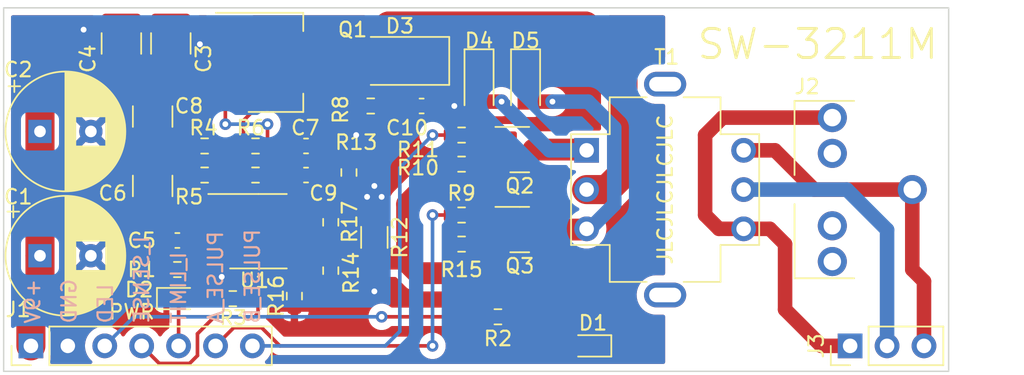
<source format=kicad_pcb>
(kicad_pcb (version 20211014) (generator pcbnew)
  (layers (0 "F.Cu" signal) (31 "B.Cu" signal) (34 "B.Paste" user) (35 "F.Paste" user) (36 "B.SilkS" user "B.Silkscreen") (37 "F.SilkS" user "F.Silkscreen") (38 "B.Mask" user) (39 "F.Mask" user) (44 "Edge.Cuts" user))
  (net 0 "")
  (net 1 "+9V")
  (net 2 "GND")
  (net 3 "Net-(C5-Pad1)")
  (net 4 "Net-(C10-Pad1)")
  (net 5 "Net-(D1-Pad2)")
  (net 6 "Net-(D2-Pad2)")
  (net 7 "Net-(D3-Pad1)")
  (net 8 "Net-(D4-Pad2)")
  (net 9 "Net-(D5-Pad2)")
  (net 10 "Net-(J1-Pad3)")
  (net 11 "/I_SENSE")
  (net 12 "/I_LIMIT")
  (net 13 "/PULSE_A")
  (net 14 "/PULSE_B")
  (net 17 "Net-(J2-PadS)")
  (net 18 "Net-(J2-PadT)")
  (net 20 "Net-(J3-Pad2)")
  (net 21 "/V_SHUNT_N")
  (net 22 "Net-(Q1-Pad1)")
  (net 23 "Net-(Q2-Pad1)")
  (net 24 "/V_SHUNT_P")
  (net 25 "Net-(Q3-Pad1)")
  (net 26 "Net-(R4-Pad1)")
  (net 27 "Net-(R5-Pad1)")
  (net 28 "Net-(R13-Pad2)")
  (net 29 "Net-(R14-Pad2)")
  (footprint "Resistor_SMD:R_0603_1608Metric" (layer "F.Cu") (at 105.825 80.25 180)
    (fp_text reference "R7" hide)
    (fp_text value "1k" hide)
    (pad "1" smd roundrect locked (at -0.825 0 180) (size 0.8 0.95) (layers "F.Cu" "F.Paste" "F.Mask") (net 27 "Net-(R5-Pad1)"))
    (pad "2" smd roundrect locked (at 0.825 0 180) (size 0.8 0.95) (layers "F.Cu" "F.Paste" "F.Mask") (net 22 "Net-(Q1-Pad1)"))
  )
  (footprint "Resistor_SMD:R_0603_1608Metric" (layer "F.Cu") (at 108.5 88.575 -90)
    (fp_text reference "R16" (at 0 1.25 90) (layer "F.SilkS"))
    (fp_text value "100k" hide)
    (pad "1" smd roundrect locked (at -0.825 0 270) (size 0.8 0.95) (layers "F.Cu" "F.Paste" "F.Mask") (net 29 "Net-(R14-Pad2)"))
    (pad "2" smd roundrect locked (at 0.825 0 270) (size 0.8 0.95) (layers "F.Cu" "F.Paste" "F.Mask") (net 2 "GND"))
  )
  (footprint "Diode_SMD:D_SOD-123F" (layer "F.Cu") (at 121.2 73.8 -90)
    (fp_text reference "D4" (at -2.8 0 180) (layer "F.SilkS"))
    (fp_text value "DSS14UTR" hide)
    (pad "1" smd rect locked (at -1.4 0 270) (size 1.1 1.1) (layers "F.Cu" "F.Paste" "F.Mask") (net 7 "Net-(D3-Pad1)"))
    (pad "2" smd rect locked (at 1.4 0 270) (size 1.1 1.1) (layers "F.Cu" "F.Paste" "F.Mask") (net 8 "Net-(D4-Pad2)"))
  )
  (footprint "Capacitor_SMD:C_0603_1608Metric" (layer "F.Cu") (at 109.3 78.25)
    (fp_text reference "C7" (at -0.05 -1.25) (layer "F.SilkS"))
    (fp_text value "0.1uF" hide)
    (pad "1" smd roundrect locked (at -0.775 0) (size 0.9 0.95) (layers "F.Cu" "F.Paste" "F.Mask") (net 1 "+9V"))
    (pad "2" smd roundrect locked (at 0.775 0) (size 0.9 0.95) (layers "F.Cu" "F.Paste" "F.Mask") (net 2 "GND"))
  )
  (footprint "NetTie:NetTie-2_SMD_Pad0.5mm" (layer "F.Cu") (at 114 79.75 -90)
    (fp_text reference "NT1" hide)
    (fp_text value "NetTie_2" hide)
    (fp_poly (pts (xy -0.5 -0.25) (xy 0.5 -0.25) (xy 0.5 0.25) (xy -0.5 0.25)) (layer "F.Cu") (width 0) (fill solid))
    (pad "1" smd circle locked (at -0.5 0 270) (size 0.5 0.5) (layers "F.Cu") (net 21 "/V_SHUNT_N"))
    (pad "2" smd circle locked (at 0.5 0 270) (size 0.5 0.5) (layers "F.Cu") (net 2 "GND"))
  )
  (footprint "LED_SMD:LED_0603_1608Metric" (layer "F.Cu") (at 100.53 88.75)
    (fp_text reference "D2" (at -2.71 -0.612) (layer "F.SilkS"))
    (fp_text value "PWR" (at -3.218 0.912) (layer "F.SilkS"))
    (pad "1" smd roundrect (at -0.7875 0) (size 0.875 0.95) (layers "F.Cu" "F.Paste" "F.Mask") (net 2 "GND"))
    (pad "2" smd roundrect (at 0.7875 0) (size 0.875 0.95) (layers "F.Cu" "F.Paste" "F.Mask") (net 6 "Net-(D2-Pad2)"))
  )
  (footprint "Resistor_SMD:R_0603_1608Metric" (layer "F.Cu") (at 100.45 86.75 180)
    (fp_text reference "R1" (at 2.45 0) (layer "F.SilkS"))
    (fp_text value "10k" hide)
    (pad "1" smd roundrect locked (at -0.825 0 180) (size 0.8 0.95) (layers "F.Cu" "F.Paste" "F.Mask") (net 3 "Net-(C5-Pad1)"))
    (pad "2" smd roundrect locked (at 0.825 0 180) (size 0.8 0.95) (layers "F.Cu" "F.Paste" "F.Mask") (net 12 "/I_LIMIT"))
  )
  (footprint "SaawLib:42TL" (layer "F.Cu") (at 134 81.25)
    (fp_text reference "T1" (at 0.112 -9.114 unlocked) (layer "F.SilkS"))
    (fp_text value "42TL004-RC")
    (pad "" thru_hole oval (at 0 7.25) (size 2.9 1.7) (drill oval 2.2 1) (layers *.Cu *.Mask))
    (pad "" thru_hole oval (at 0 -7.25) (size 2.9 1.7) (drill oval 2.2 1) (layers *.Cu *.Mask))
    (pad "1" thru_hole rect (at -5.4 -2.7) (size 1.7 1.7) (drill 1) (layers *.Cu *.Mask) (net 8 "Net-(D4-Pad2)"))
    (pad "2" thru_hole circle (at -5.4 0) (size 1.7 1.7) (drill 1) (layers *.Cu *.Mask) (net 4 "Net-(C10-Pad1)"))
    (pad "3" thru_hole circle (at -5.4 2.7) (size 1.7 1.7) (drill 1) (layers *.Cu *.Mask) (net 9 "Net-(D5-Pad2)"))
    (pad "4" thru_hole circle (at 5.4 2.7) (size 1.7 1.7) (drill 1) (layers *.Cu *.Mask) (net 18 "Net-(J2-PadT)"))
    (pad "5" thru_hole circle (at 5.4 0) (size 1.7 1.7) (drill 1) (layers *.Cu *.Mask) (net 20 "Net-(J3-Pad2)"))
    (pad "6" thru_hole circle (at 5.4 -2.7) (size 1.7 1.7) (drill 1) (layers *.Cu *.Mask) (net 17 "Net-(J2-PadS)"))
  )
  (footprint "Capacitor_SMD:C_1210_3225Metric" (layer "F.Cu") (at 98.75 76.225 -90)
    (fp_text reference "C8" (at -0.725 -2.5 180) (layer "F.SilkS"))
    (fp_text value "22uF" hide)
    (pad "1" smd roundrect locked (at -1.475 0 270) (size 1.15 2.7) (layers "F.Cu" "F.Paste" "F.Mask") (roundrect_rratio 0.2173913043) (net 1 "+9V"))
    (pad "2" smd roundrect locked (at 1.475 0 270) (size 1.15 2.7) (layers "F.Cu" "F.Paste" "F.Mask") (roundrect_rratio 0.2173913043) (net 2 "GND"))
  )
  (footprint "Resistor_SMD:R_0603_1608Metric" (layer "F.Cu") (at 112.25 80.075 -90)
    (fp_text reference "R13" (at -2.075 -0.5 180) (layer "F.SilkS"))
    (fp_text value "10k" hide)
    (pad "1" smd roundrect locked (at -0.825 0 270) (size 0.8 0.95) (layers "F.Cu" "F.Paste" "F.Mask") (net 21 "/V_SHUNT_N"))
    (pad "2" smd roundrect locked (at 0.825 0 270) (size 0.8 0.95) (layers "F.Cu" "F.Paste" "F.Mask") (net 28 "Net-(R13-Pad2)"))
  )
  (footprint "Capacitor_SMD:C_1210_3225Metric" (layer "F.Cu") (at 96.6 71.2 90)
    (fp_text reference "C4" (at -1.05 -2.3 90) (layer "F.SilkS"))
    (fp_text value "22uF" hide)
    (pad "1" smd roundrect locked (at -1.475 0 90) (size 1.15 2.7) (layers "F.Cu" "F.Paste" "F.Mask") (roundrect_rratio 0.2173913043) (net 1 "+9V"))
    (pad "2" smd roundrect locked (at 1.475 0 90) (size 1.15 2.7) (layers "F.Cu" "F.Paste" "F.Mask") (roundrect_rratio 0.2173913043) (net 2 "GND"))
  )
  (footprint "Capacitor_SMD:C_0603_1608Metric" (layer "F.Cu") (at 117.25 75.5)
    (fp_text reference "C10" (at -1 1.5) (layer "F.SilkS"))
    (fp_text value "0.1uF" hide)
    (pad "1" smd roundrect locked (at -0.775 0) (size 0.9 0.95) (layers "F.Cu" "F.Paste" "F.Mask") (net 4 "Net-(C10-Pad1)"))
    (pad "2" smd roundrect locked (at 0.775 0) (size 0.9 0.95) (layers "F.Cu" "F.Paste" "F.Mask") (net 2 "GND"))
  )
  (footprint "Package_TO_SOT_SMD:SOT-223-3_TabPin2" (layer "F.Cu") (at 107.2 72.5)
    (fp_text reference "Q1" (at 5.3 -2.25) (layer "F.SilkS"))
    (fp_text value "NTF2955" hide)
    (pad "1" smd rect locked (at -3.15 -2.3) (size 2 1.5) (layers "F.Cu" "F.Paste" "F.Mask") (net 22 "Net-(Q1-Pad1)"))
    (pad "2" smd rect locked (at 3.15 0) (size 2 3.8) (layers "F.Cu" "F.Paste" "F.Mask") (net 4 "Net-(C10-Pad1)"))
    (pad "2" smd rect locked (at -3.15 0) (size 2 1.5) (layers "F.Cu" "F.Paste" "F.Mask") (net 4 "Net-(C10-Pad1)"))
    (pad "3" smd rect locked (at -3.15 2.3) (size 2 1.5) (layers "F.Cu" "F.Paste" "F.Mask") (net 1 "+9V"))
  )
  (footprint "Resistor_SMD:R_0603_1608Metric" (layer "F.Cu") (at 102.325 78.25 180)
    (fp_text reference "R4" (at 0.075 1.25) (layer "F.SilkS"))
    (fp_text value "10k" hide)
    (pad "1" smd roundrect locked (at -0.825 0 180) (size 0.8 0.95) (layers "F.Cu" "F.Paste" "F.Mask") (net 26 "Net-(R4-Pad1)"))
    (pad "2" smd roundrect locked (at 0.825 0 180) (size 0.8 0.95) (layers "F.Cu" "F.Paste" "F.Mask") (net 2 "GND"))
  )
  (footprint "Connector_PinHeader_2.54mm:PinHeader_1x07_P2.54mm_Vertical" (layer "F.Cu") (at 90.375 92 90)
    (fp_text reference "J1" (at 2.5 -0.875 180) (layer "F.SilkS"))
    (fp_text value "Conn_01x07" hide)
    (pad "1" thru_hole rect locked (at 0 0 90) (size 1.7 1.7) (drill 1) (layers *.Cu *.Mask) (net 1 "+9V"))
    (pad "2" thru_hole oval locked (at 0 2.54 90) (size 1.7 1.7) (drill 1) (layers *.Cu *.Mask) (net 2 "GND"))
    (pad "3" thru_hole oval locked (at 0 5.08 90) (size 1.7 1.7) (drill 1) (layers *.Cu *.Mask) (net 10 "Net-(J1-Pad3)"))
    (pad "4" thru_hole oval locked (at 0 7.62 90) (size 1.7 1.7) (drill 1) (layers *.Cu *.Mask) (net 11 "/I_SENSE"))
    (pad "5" thru_hole oval locked (at 0 10.16 90) (size 1.7 1.7) (drill 1) (layers *.Cu *.Mask) (net 12 "/I_LIMIT"))
    (pad "6" thru_hole oval locked (at 0 12.7 90) (size 1.7 1.7) (drill 1) (layers *.Cu *.Mask) (net 13 "/PULSE_A"))
    (pad "7" thru_hole oval locked (at 0 15.24 90) (size 1.7 1.7) (drill 1) (layers *.Cu *.Mask) (net 14 "/PULSE_B"))
  )
  (footprint "Resistor_SMD:R_0603_1608Metric" (layer "F.Cu") (at 120 83 180)
    (fp_text reference "R9" (at 0 1.5) (layer "F.SilkS"))
    (fp_text value "10" hide)
    (pad "1" smd roundrect locked (at -0.825 0 180) (size 0.8 0.95) (layers "F.Cu" "F.Paste" "F.Mask") (net 25 "Net-(Q3-Pad1)"))
    (pad "2" smd roundrect locked (at 0.825 0 180) (size 0.8 0.95) (layers "F.Cu" "F.Paste" "F.Mask") (net 13 "/PULSE_A"))
  )
  (footprint "Resistor_SMD:R_0603_1608Metric" (layer "F.Cu") (at 105.825 78.25)
    (fp_text reference "R6" (at -0.325 -1.25) (layer "F.SilkS"))
    (fp_text value "1.2k" hide)
    (pad "1" smd roundrect locked (at -0.825 0) (size 0.8 0.95) (layers "F.Cu" "F.Paste" "F.Mask") (net 22 "Net-(Q1-Pad1)"))
    (pad "2" smd roundrect locked (at 0.825 0) (size 0.8 0.95) (layers "F.Cu" "F.Paste" "F.Mask") (net 1 "+9V"))
  )
  (footprint "Capacitor_SMD:C_1210_3225Metric" (layer "F.Cu") (at 98.75 81 90)
    (fp_text reference "C6" (at -0.5 -2.75 180) (layer "F.SilkS"))
    (fp_text value "22uF" hide)
    (pad "1" smd roundrect locked (at -1.475 0 90) (size 1.15 2.7) (layers "F.Cu" "F.Paste" "F.Mask") (roundrect_rratio 0.2173913043) (net 1 "+9V"))
    (pad "2" smd roundrect locked (at 1.475 0 90) (size 1.15 2.7) (layers "F.Cu" "F.Paste" "F.Mask") (roundrect_rratio 0.2173913043) (net 2 "GND"))
  )
  (footprint "Capacitor_THT:CP_Radial_D8.0mm_P3.50mm" (layer "F.Cu") (at 91 77.25)
    (fp_text reference "C2" (at -1.5 -4.25) (layer "F.SilkS"))
    (fp_text value "470uF" hide)
    (pad "1" thru_hole rect (at 0 0) (size 1.6 1.6) (drill 0.8) (layers *.Cu *.Mask) (net 1 "+9V"))
    (pad "2" thru_hole circle (at 3.5 0) (size 1.6 1.6) (drill 0.8) (layers *.Cu *.Mask) (net 2 "GND"))
  )
  (footprint "Capacitor_SMD:C_0603_1608Metric" (layer "F.Cu") (at 100.45 84.75 180)
    (fp_text reference "C5" (at 2.45 0) (layer "F.SilkS"))
    (fp_text value "1uF" hide)
    (pad "1" smd roundrect locked (at -0.775 0 180) (size 0.9 0.95) (layers "F.Cu" "F.Paste" "F.Mask") (net 3 "Net-(C5-Pad1)"))
    (pad "2" smd roundrect locked (at 0.775 0 180) (size 0.9 0.95) (layers "F.Cu" "F.Paste" "F.Mask") (net 2 "GND"))
  )
  (footprint "Connector_PinHeader_2.54mm:PinHeader_1x03_P2.54mm_Vertical" (layer "F.Cu") (at 146.725 92 90)
    (fp_text reference "J3" (at 0 -2.33 90) (layer "F.SilkS"))
    (fp_text value "Conn_01x03" hide)
    (pad "1" thru_hole rect locked (at 0 0 90) (size 1.7 1.7) (drill 1) (layers *.Cu *.Mask) (net 18 "Net-(J2-PadT)"))
    (pad "2" thru_hole oval locked (at 0 2.54 90) (size 1.7 1.7) (drill 1) (layers *.Cu *.Mask) (net 20 "Net-(J3-Pad2)"))
    (pad "3" thru_hole oval locked (at 0 5.08 90) (size 1.7 1.7) (drill 1) (layers *.Cu *.Mask) (net 17 "Net-(J2-PadS)"))
  )
  (footprint "Resistor_SMD:R_0603_1608Metric" (layer "F.Cu") (at 113.75 75.5)
    (fp_text reference "R8" (at -2.075 0.25 90) (layer "F.SilkS"))
    (fp_text value "1k" hide)
    (pad "1" smd roundrect locked (at -0.825 0) (size 0.8 0.95) (layers "F.Cu" "F.Paste" "F.Mask") (net 2 "GND"))
    (pad "2" smd roundrect locked (at 0.825 0) (size 0.8 0.95) (layers "F.Cu" "F.Paste" "F.Mask") (net 4 "Net-(C10-Pad1)"))
  )
  (footprint "Capacitor_SMD:C_0603_1608Metric" (layer "F.Cu") (at 109.3 80.25)
    (fp_text reference "C9" (at 1.2 1.25) (layer "F.SilkS"))
    (fp_text value "1uF" hide)
    (pad "1" smd roundrect locked (at -0.775 0) (size 0.9 0.95) (layers "F.Cu" "F.Paste" "F.Mask") (net 1 "+9V"))
    (pad "2" smd roundrect locked (at 0.775 0) (size 0.9 0.95) (layers "F.Cu" "F.Paste" "F.Mask") (net 2 "GND"))
  )
  (footprint "LED_SMD:LED_0603_1608Metric" (layer "F.Cu") (at 128.8125 92 180)
    (fp_text reference "D1" (at -0.2195 1.576 180) (layer "F.SilkS"))
    (fp_text value "LED")
    (pad "1" smd roundrect (at -0.7875 0 180) (size 0.875 0.95) (layers "F.Cu" "F.Paste" "F.Mask") (net 2 "GND"))
    (pad "2" smd roundrect (at 0.7875 0 180) (size 0.875 0.95) (layers "F.Cu" "F.Paste" "F.Mask") (net 5 "Net-(D1-Pad2)"))
  )
  (footprint "Resistor_SMD:R_0603_1608Metric" (layer "F.Cu") (at 120 79.5)
    (fp_text reference "R11" (at -3 -1) (layer "F.SilkS"))
    (fp_text value "10k" hide)
    (pad "1" smd roundrect locked (at -0.825 0) (size 0.8 0.95) (layers "F.Cu" "F.Paste" "F.Mask") (net 23 "Net-(Q2-Pad1)"))
    (pad "2" smd roundrect locked (at 0.825 0) (size 0.8 0.95) (layers "F.Cu" "F.Paste" "F.Mask") (net 24 "/V_SHUNT_P"))
  )
  (footprint "Resistor_SMD:R_0603_1608Metric" (layer "F.Cu") (at 122.5 90)
    (fp_text reference "R2" (at 0 1.5) (layer "F.SilkS"))
    (fp_text value "470" hide)
    (pad "1" smd roundrect locked (at -0.825 0) (size 0.8 0.95) (layers "F.Cu" "F.Paste" "F.Mask") (net 10 "Net-(J1-Pad3)"))
    (pad "2" smd roundrect locked (at 0.825 0) (size 0.8 0.95) (layers "F.Cu" "F.Paste" "F.Mask") (net 5 "Net-(D1-Pad2)"))
  )
  (footprint "Resistor_SMD:R_0603_1608Metric" (layer "F.Cu") (at 120 85)
    (fp_text reference "R15" (at 0 1.75) (layer "F.SilkS"))
    (fp_text value "10k" hide)
    (pad "1" smd roundrect locked (at -0.825 0) (size 0.8 0.95) (layers "F.Cu" "F.Paste" "F.Mask") (net 25 "Net-(Q3-Pad1)"))
    (pad "2" smd roundrect locked (at 0.825 0) (size 0.8 0.95) (layers "F.Cu" "F.Paste" "F.Mask") (net 24 "/V_SHUNT_P"))
  )
  (footprint "Resistor_SMD:R_1206_3216Metric" (layer "F.Cu") (at 114 84.5375 90)
    (fp_text reference "R12" (at 0 1.75 90) (layer "F.SilkS"))
    (fp_text value "0.1" hide)
    (pad "1" smd roundrect locked (at -1.4625 0 90) (size 1.125 1.75) (layers "F.Cu" "F.Paste" "F.Mask") (roundrect_rratio 0.2222222222) (net 24 "/V_SHUNT_P"))
    (pad "2" smd roundrect locked (at 1.4625 0 90) (size 1.125 1.75) (layers "F.Cu" "F.Paste" "F.Mask") (roundrect_rratio 0.2222222222) (net 2 "GND"))
  )
  (footprint "Package_TO_SOT_SMD:SOT-23" (layer "F.Cu") (at 124 84)
    (fp_text reference "Q3" (at 0 2.5) (layer "F.SilkS"))
    (fp_text value "DMN2041L" hide)
    (pad "1" smd roundrect locked (at -0.9375 -0.95) (size 1.475 0.6) (layers "F.Cu" "F.Paste" "F.Mask") (net 25 "Net-(Q3-Pad1)"))
    (pad "2" smd roundrect locked (at -0.9375 0.95) (size 1.475 0.6) (layers "F.Cu" "F.Paste" "F.Mask") (net 24 "/V_SHUNT_P"))
    (pad "3" smd roundrect locked (at 0.9375 0) (size 1.475 0.6) (layers "F.Cu" "F.Paste" "F.Mask") (net 9 "Net-(D5-Pad2)"))
  )
  (footprint "Capacitor_SMD:C_1210_3225Metric" (layer "F.Cu") (at 100 71.2 90)
    (fp_text reference "C3" (at -1.05 2.25 90) (layer "F.SilkS"))
    (fp_text value "22uF" hide)
    (pad "1" smd roundrect locked (at -1.475 0 90) (size 1.15 2.7) (layers "F.Cu" "F.Paste" "F.Mask") (roundrect_rratio 0.2173913043) (net 1 "+9V"))
    (pad "2" smd roundrect locked (at 1.475 0 90) (size 1.15 2.7) (layers "F.Cu" "F.Paste" "F.Mask") (roundrect_rratio 0.2173913043) (net 2 "GND"))
  )
  (footprint "Resistor_SMD:R_0603_1608Metric" (layer "F.Cu") (at 111 86.825 90)
    (fp_text reference "R14" (at -0.161306 1.406859 270) (layer "F.SilkS"))
    (fp_text value "10k" hide)
    (pad "1" smd roundrect locked (at -0.825 0 90) (size 0.8 0.95) (layers "F.Cu" "F.Paste" "F.Mask") (net 24 "/V_SHUNT_P"))
    (pad "2" smd roundrect locked (at 0.825 0 90) (size 0.8 0.95) (layers "F.Cu" "F.Paste" "F.Mask") (net 29 "Net-(R14-Pad2)"))
  )
  (footprint "Resistor_SMD:R_0603_1608Metric" (layer "F.Cu") (at 104.2625 88.75 180)
    (fp_text reference "R3" (at -0.020536 -1.311989) (layer "F.SilkS") (effects (font (size 0.95 0.95))))
    (fp_text value "470" hide)
    (pad "1" smd roundrect locked (at -0.825 0 180) (size 0.8 0.95) (layers "F.Cu" "F.Paste" "F.Mask") (net 1 "+9V"))
    (pad "2" smd roundrect locked (at 0.825 0 180) (size 0.8 0.95) (layers "F.Cu" "F.Paste" "F.Mask") (net 6 "Net-(D2-Pad2)"))
  )
  (footprint "Resistor_SMD:R_0603_1608Metric" (layer "F.Cu") (at 102.325 80.25 180)
    (fp_text reference "R5" (at 1.075 -1.5) (layer "F.SilkS"))
    (fp_text value "4.7k" hide)
    (pad "1" smd roundrect locked (at -0.825 0 180) (size 0.8 0.95) (layers "F.Cu" "F.Paste" "F.Mask") (net 27 "Net-(R5-Pad1)"))
    (pad "2" smd roundrect locked (at 0.825 0 180) (size 0.8 0.95) (layers "F.Cu" "F.Paste" "F.Mask") (net 26 "Net-(R4-Pad1)"))
  )
  (footprint "Resistor_SMD:R_0603_1608Metric" (layer "F.Cu") (at 111 83.5 90)
    (fp_text reference "R17" (at 0.024946 1.301653 90) (layer "F.SilkS"))
    (fp_text value "100k" hide)
    (pad "1" smd roundrect locked (at -0.825 0 90) (size 0.8 0.95) (layers "F.Cu" "F.Paste" "F.Mask") (net 28 "Net-(R13-Pad2)"))
    (pad "2" smd roundrect locked (at 0.825 0 90) (size 0.8 0.95) (layers "F.Cu" "F.Paste" "F.Mask") (net 11 "/I_SENSE"))
  )
  (footprint "Resistor_SMD:R_0603_1608Metric" (layer "F.Cu") (at 120 77.5 180)
    (fp_text reference "R10" (at 3 -2.25) (layer "F.SilkS"))
    (fp_text value "10" hide)
    (pad "1" smd roundrect locked (at -0.825 0 180) (size 0.8 0.95) (layers "F.Cu" "F.Paste" "F.Mask") (net 23 "Net-(Q2-Pad1)"))
    (pad "2" smd roundrect locked (at 0.825 0 180) (size 0.8 0.95) (layers "F.Cu" "F.Paste" "F.Mask") (net 14 "/PULSE_B"))
  )
  (footprint "Package_SO:SOIC-8_3.9x4.9mm_P1.27mm" (layer "F.Cu") (at 106.025 84.115)
    (fp_text reference "U1" (at -0.275 3.385) (layer "F.SilkS"))
    (fp_text value "TLV272IS-13" hide)
    (pad "1" smd roundrect locked (at -2.475 -1.905) (size 1.95 0.6) (layers "F.Cu" "F.Paste" "F.Mask") (net 27 "Net-(R5-Pad1)"))
    (pad "2" smd roundrect locked (at -2.475 -0.635) (size 1.95 0.6) (layers "F.Cu" "F.Paste" "F.Mask") (net 26 "Net-(R4-Pad1)"))
    (pad "3" smd roundrect locked (at -2.475 0.635) (size 1.95 0.6) (layers "F.Cu" "F.Paste" "F.Mask") (net 3 "Net-(C5-Pad1)"))
    (pad "4" smd roundrect locked (at -2.475 1.905) (size 1.95 0.6) (layers "F.Cu" "F.Paste" "F.Mask") (net 2 "GND"))
    (pad "5" smd roundrect locked (at 2.475 1.905) (size 1.95 0.6) (layers "F.Cu" "F.Paste" "F.Mask") (net 29 "Net-(R14-Pad2)"))
    (pad "6" smd roundrect locked (at 2.475 0.635) (size 1.95 0.6) (layers "F.Cu" "F.Paste" "F.Mask") (net 28 "Net-(R13-Pad2)"))
    (pad "7" smd roundrect locked (at 2.475 -0.635) (size 1.95 0.6) (layers "F.Cu" "F.Paste" "F.Mask") (net 11 "/I_SENSE"))
    (pad "8" smd roundrect locked (at 2.475 -1.905) (size 1.95 0.6) (layers "F.Cu" "F.Paste" "F.Mask") (net 1 "+9V"))
  )
  (footprint "Diode_SMD:D_SMA" (layer "F.Cu") (at 115.75 72.4 180)
    (fp_text reference "D3" (at 0 2.4) (layer "F.SilkS"))
    (fp_text value "SML4746-E3/61" hide)
    (pad "1" smd rect locked (at -2 0 180) (size 2.5 1.8) (layers "F.Cu" "F.Paste" "F.Mask") (net 7 "Net-(D3-Pad1)"))
    (pad "2" smd rect locked (at 2 0 180) (size 2.5 1.8) (layers "F.Cu" "F.Paste" "F.Mask") (net 4 "Net-(C10-Pad1)"))
  )
  (footprint "Diode_SMD:D_SOD-123F" (layer "F.Cu") (at 124.4 73.8 -90)
    (fp_text reference "D5" (at -2.8 0 180) (layer "F.SilkS"))
    (fp_text value "DSS14UTR" hide)
    (pad "1" smd rect locked (at -1.4 0 270) (size 1.1 1.1) (layers "F.Cu" "F.Paste" "F.Mask") (net 7 "Net-(D3-Pad1)"))
    (pad "2" smd rect locked (at 1.4 0 270) (size 1.1 1.1) (layers "F.Cu" "F.Paste" "F.Mask") (net 9 "Net-(D5-Pad2)"))
  )
  (footprint "Capacitor_THT:CP_Radial_D8.0mm_P3.50mm" (layer "F.Cu") (at 91 85.8)
    (fp_text reference "C1" (at -1.5 -4.05) (layer "F.SilkS"))
    (fp_text value "470uF" hide)
    (pad "1" thru_hole rect (at 0 0) (size 1.6 1.6) (drill 0.8) (layers *.Cu *.Mask) (net 1 "+9V"))
    (pad "2" thru_hole circle (at 3.5 0) (size 1.6 1.6) (drill 0.8) (layers *.Cu *.Mask) (net 2 "GND"))
  )
  (footprint "SaawLib:STX-3100-5N" (layer "F.Cu") (at 150 81.25 90)
    (fp_text reference "J2" (at 7.082 -6.236 unlocked) (layer "F.SilkS"))
    (fp_text value "STX-3100-5N")
    (pad "R" thru_hole circle (at -4.95 -4.5 90) (size 2 2) (drill 1.2) (layers *.Cu *.Mask))
    (pad "RN" thru_hole circle (at 2.49 -4.5 90) (size 2 2) (drill 1.2) (layers *.Cu *.Mask))
    (pad "S" thru_hole circle (at 0 1 90) (size 2 2) (drill 1.2) (layers *.Cu *.Mask) (net 17 "Net-(J2-PadS)"))
    (pad "T" thru_hole circle (at 4.95 -4.5 90) (size 2 2) (drill 1.2) (layers *.Cu *.Mask) (net 18 "Net-(J2-PadT)"))
    (pad "TN" thru_hole circle (at -2.49 -4.5 90) (size 2 2) (drill 1.2) (layers *.Cu *.Mask))
  )
  (footprint "Package_TO_SOT_SMD:SOT-23" (layer "F.Cu") (at 124 78.5)
    (fp_text reference "Q2" (at 0 2.5) (layer "F.SilkS"))
    (fp_text value "DMN2041L" hide)
    (pad "1" smd roundrect locked (at -0.9375 -0.95) (size 1.475 0.6) (layers "F.Cu" "F.Paste" "F.Mask") (net 23 "Net-(Q2-Pad1)"))
    (pad "2" smd roundrect locked (at -0.9375 0.95) (size 1.475 0.6) (layers "F.Cu" "F.Paste" "F.Mask") (net 24 "/V_SHUNT_P"))
    (pad "3" smd roundrect locked (at 0.9375 0) (size 1.475 0.6) (layers "F.Cu" "F.Paste" "F.Mask") (net 8 "Net-(D4-Pad2)"))
  )
  (gr_rect locked (start 88.5 68.75) (end 153.5 93.75) (layer "Edge.Cuts") (width 0.1) (fill none))
  (gr_text "PULSE_A" (at 103.075 87.285715 90) (layer "B.SilkS") (effects (font (size 1 1)) (justify mirror)))
  (gr_text "+9V" (at 90.5 88.928572 90) (layer "B.SilkS") (effects (font (size 1 1)) (justify mirror)))
  (gr_text "I_LIMIT" (at 100.535 88 90) (layer "B.SilkS") (effects (font (size 1 1)) (justify mirror)))
  (gr_text "PULSE_B" (at 105.615 87.214286 90) (layer "B.SilkS") (effects (font (size 1 1)) (justify mirror)))
  (gr_text "GND" (at 93 88.928572 90) (layer "B.SilkS") (effects (font (size 1 1)) (justify mirror)))
  (gr_text "I_SENSE" (at 97.995 87.452381 90) (layer "B.SilkS") (effects (font (size 1 1)) (justify mirror)))
  (gr_text "LED" (at 95.5 89.095238 90) (layer "B.SilkS") (effects (font (size 1 1)) (justify mirror)))
  (gr_text "SW-3211M" (at 144.5 71.25) (layer "F.SilkS") (effects (font (size 2 2) (thickness 0.2))))
  (gr_text "JLCJLCJLCJLC" (at 134 81.25 90) (layer "F.SilkS") (effects (font (size 1 1))))
  (segment (start 98.75 74.75) (end 100.25 74.75) (width 2) (layer "F.Cu") (net 1))
  (segment (start 91 85.8) (end 91 82.5) (width 2) (layer "F.Cu") (net 1))
  (segment (start 101.1625 73.8375) (end 102.125 74.8) (width 2) (layer "F.Cu") (net 1))
  (segment (start 90.375 88.875) (end 91 88.25) (width 2) (layer "F.Cu") (net 1))
  (segment (start 98.75 74.75) (end 97.75 73.75) (width 2) (layer "F.Cu") (net 1))
  (segment (start 108.525 78.25) (end 108.525 80.25) (width 0.25) (layer "F.Cu") (net 1))
  (segment (start 103.75 76.75) (end 103.75 75.1) (width 0.25) (layer "F.Cu") (net 1))
  (segment (start 106.65 76.9) (end 106.65 78.25) (width 0.25) (layer "F.Cu") (net 1))
  (segment (start 91 82.5) (end 91 77.25) (width 2) (layer "F.Cu") (net 1))
  (segment (start 104.05 74.8) (end 98.8 74.8) (width 2) (layer "F.Cu") (net 1))
  (segment (start 105.275489 83.724511) (end 106.79 82.21) (width 0.25) (layer "F.Cu") (net 1))
  (segment (start 105.0875 83.9125) (end 105.275489 83.724511) (width 0.25) (layer "F.Cu") (net 1))
  (segment (start 98.75 73.5) (end 99.575 72.675) (width 2) (layer "F.Cu") (net 1))
  (segment (start 100 72.675) (end 101.1625 73.8375) (width 2) (layer "F.Cu") (net 1))
  (segment (start 97.75 73.75) (end 97.75 73.25) (width 2) (layer "F.Cu") (net 1))
  (segment (start 91.025 82.475) (end 91 82.5) (width 2) (layer "F.Cu") (net 1))
  (segment (start 98.75 74.75) (end 98.75 73.5) (width 2) (layer "F.Cu") (net 1))
  (segment (start 96.6 72.675) (end 99.575 72.675) (width 2) (layer "F.Cu") (net 1))
  (segment (start 103.75 75.1) (end 104.05 74.8) (width 0.25) (layer "F.Cu") (net 1))
  (segment (start 91 77.25) (end 91 75) (width 2) (layer "F.Cu") (net 1))
  (segment (start 108.525 78.25) (end 106.65 78.25) (width 0.25) (layer "F.Cu") (net 1))
  (segment (start 98.8 74.8) (end 98.75 74.75) (width 2) (layer "F.Cu") (net 1))
  (segment (start 108.525 80.25) (end 108.525 82.16) (width 0.25) (layer "F.Cu") (net 1))
  (segment (start 105.0875 88.75) (end 105.0875 83.9125) (width 0.25) (layer "F.Cu") (net 1))
  (segment (start 102.125 74.8) (end 104.05 74.8) (width 2) (layer "F.Cu") (net 1))
  (segment (start 98.75 82.475) (end 91.025 82.475) (width 2) (layer "F.Cu") (net 1))
  (segment (start 93.325 72.675) (end 96.6 72.675) (width 2) (layer "F.Cu") (net 1))
  (segment (start 100.25 74.75) (end 101.1625 73.8375) (width 2) (layer "F.Cu") (net 1))
  (segment (start 106.79 82.21) (end 108.5 82.21) (width 0.25) (layer "F.Cu") (net 1))
  (segment (start 108.525 82.16) (end 108.475 82.21) (width 0.25) (layer "F.Cu") (net 1))
  (segment (start 90.375 92) (end 90.375 88.875) (width 2) (layer "F.Cu") (net 1))
  (segment (start 91 75) (end 93.325 72.675) (width 2) (layer "F.Cu") (net 1))
  (segment (start 99.575 72.675) (end 100 72.675) (width 2) (layer "F.Cu") (net 1))
  (segment (start 91 88.25) (end 91 85.8) (width 2) (layer "F.Cu") (net 1))
  (via (at 106.65 76.75) (size 0.8) (drill 0.4) (layers "F.Cu" "B.Cu") (net 1))
  (via (at 103.75 76.75) (size 0.8) (drill 0.4) (layers "F.Cu" "B.Cu") (net 1))
  (segment (start 103.75 76.75) (end 106.5 76.75) (width 0.25) (layer "B.Cu") (net 1))
  (via (at 119.5 75.5) (size 0.8) (drill 0.4) (layers "F.Cu" "B.Cu") (net 2))
  (via (at 102 71.25) (size 0.8) (drill 0.4) (layers "F.Cu" "B.Cu") (net 2))
  (via (at 114 88.25) (size 0.8) (drill 0.4) (layers "F.Cu" "B.Cu") (net 2))
  (via (at 94 70.25) (size 0.8) (drill 0.4) (layers "F.Cu" "B.Cu") (net 2))
  (via (at 103.5 87.25) (size 0.8) (drill 0.4) (layers "F.Cu" "B.Cu") (net 2))
  (via (at 113.5 81.75) (size 0.8) (drill 0.4) (layers "F.Cu" "B.Cu") (net 2))
  (via (at 114 81) (size 0.8) (drill 0.4) (layers "F.Cu" "B.Cu") (net 2))
  (via (at 114.5 81.75) (size 0.8) (drill 0.4) (layers "F.Cu" "B.Cu") (net 2))
  (via (at 112.75 77.5) (size 0.8) (drill 0.4) (layers "F.Cu" "B.Cu") (net 2))
  (segment (start 101.275 86.75) (end 101.275 84.8) (width 0.25) (layer "F.Cu") (net 3))
  (segment (start 101.275 84.8) (end 101.225 84.75) (width 0.25) (layer "F.Cu") (net 3))
  (segment (start 103.55 84.75) (end 101.225 84.75) (width 0.25) (layer "F.Cu") (net 3))
  (segment (start 115 70) (end 114 71) (width 2) (layer "F.Cu") (net 4))
  (segment (start 131.09952 72.59952) (end 131.09952 80.149502) (width 2) (layer "F.Cu") (net 4))
  (segment (start 113.75 74.675) (end 113.75 72.4) (width 0.25) (layer "F.Cu") (net 4))
  (segment (start 131.09952 80.149502) (end 129.999022 81.25) (width 2) (layer "F.Cu") (net 4))
  (segment (start 128.5 70) (end 131.09952 72.59952) (width 2) (layer "F.Cu") (net 4))
  (segment (start 110.45 72.4) (end 110.35 72.5) (width 2) (layer "F.Cu") (net 4))
  (segment (start 114.575 75.5) (end 113.75 74.675) (width 0.25) (layer "F.Cu") (net 4))
  (segment (start 129.999022 81.25) (end 128.6 81.25) (width 2) (layer "F.Cu") (net 4))
  (segment (start 114.75 75.5) (end 116.475 75.5) (width 0.25) (layer "F.Cu") (net 4))
  (segment (start 115 70) (end 128.5 70) (width 2) (layer "F.Cu") (net 4))
  (segment (start 113.8 72.4) (end 110.45 72.4) (width 2) (layer "F.Cu") (net 4))
  (segment (start 114 71) (end 114 72.5) (width 2) (layer "F.Cu") (net 4))
  (segment (start 123.325 90) (end 127.25 90) (width 0.25) (layer "F.Cu") (net 5))
  (segment (start 127.25 90) (end 127.875 90.625) (width 0.25) (layer "F.Cu") (net 5))
  (segment (start 127.875 90.625) (end 127.875 92) (width 0.25) (layer "F.Cu") (net 5))
  (segment (start 103.4375 88.75) (end 101.4375 88.75) (width 0.25) (layer "F.Cu") (net 6))
  (segment (start 117.8 72.4) (end 121.2 72.4) (width 1.25) (layer "F.Cu") (net 7))
  (segment (start 124.4 72.4) (end 121.2 72.4) (width 1.25) (layer "F.Cu") (net 7))
  (segment (start 124.9375 78.5) (end 128.55 78.5) (width 1.5) (layer "F.Cu") (net 8))
  (segment (start 128.55 78.5) (end 128.6 78.55) (width 1.5) (layer "F.Cu") (net 8))
  (segment (start 121.2 75.2) (end 122.75 75.2) (width 1) (layer "F.Cu") (net 8))
  (via (at 122.75 75.2) (size 0.8) (drill 0.4) (layers "F.Cu" "B.Cu") (net 8))
  (segment (start 126.05 78.55) (end 128.6 78.55) (width 1) (layer "B.Cu") (net 8))
  (segment (start 122.75 75.25) (end 126.05 78.55) (width 1) (layer "B.Cu") (net 8))
  (segment (start 122.75 75.2) (end 122.75 75.25) (width 1) (layer "B.Cu") (net 8))
  (segment (start 124.4 75.2) (end 126.25 75.2) (width 1) (layer "F.Cu") (net 9))
  (segment (start 128.55 84) (end 128.6 83.95) (width 1.5) (layer "F.Cu") (net 9))
  (segment (start 124.9375 84) (end 128.55 84) (width 1.5) (layer "F.Cu") (net 9))
  (via (at 126.25 75.2) (size 0.8) (drill 0.4) (layers "F.Cu" "B.Cu") (net 9))
  (segment (start 128.7 75.2) (end 130.5 77) (width 1) (layer "B.Cu") (net 9))
  (segment (start 130.5 82.275) (end 128.825 83.95) (width 1) (layer "B.Cu") (net 9))
  (segment (start 128.825 83.95) (end 128.6 83.95) (width 1) (layer "B.Cu") (net 9))
  (segment (start 130.5 77) (end 130.5 82.275) (width 1) (layer "B.Cu") (net 9))
  (segment (start 126.25 75.2) (end 128.7 75.2) (width 1) (layer "B.Cu") (net 9))
  (segment (start 121.675 90) (end 114.5 90) (width 0.25) (layer "F.Cu") (net 10))
  (via (at 114.5 90) (size 0.8) (drill 0.4) (layers "F.Cu" "B.Cu") (net 10))
  (segment (start 97.455 90) (end 95.455 92) (width 0.25) (layer "B.Cu") (net 10))
  (segment (start 114.5 90) (end 97.455 90) (width 0.25) (layer "B.Cu") (net 10))
  (segment (start 108.5 83.48) (end 106.77 83.48) (width 0.25) (layer "F.Cu") (net 11))
  (segment (start 109.77 83.48) (end 110 83.25) (width 0.25) (layer "F.Cu") (net 11))
  (segment (start 108.5 83.48) (end 109.77 83.48) (width 0.25) (layer "F.Cu") (net 11))
  (segment (start 110 83.25) (end 110 83) (width 0.25) (layer "F.Cu") (net 11))
  (segment (start 101.291894 93.208106) (end 101.832022 92.667978) (width 0.25) (layer "F.Cu") (net 11))
  (segment (start 110.325 82.675) (end 111 82.675) (width 0.25) (layer "F.Cu") (net 11))
  (segment (start 103 90) (end 105.75 90) (width 0.25) (layer "F.Cu") (net 11))
  (segment (start 101.832022 91.167978) (end 103 90) (width 0.25) (layer "F.Cu") (net 11))
  (segment (start 106 84.25) (end 106.77 83.48) (width 0.25) (layer "F.Cu") (net 11))
  (segment (start 106 89.75) (end 106 84.25) (width 0.25) (layer "F.Cu") (net 11))
  (segment (start 99.203106 93.208106) (end 101.291894 93.208106) (width 0.25) (layer "F.Cu") (net 11))
  (segment (start 110 83) (end 110.325 82.675) (width 0.25) (layer "F.Cu") (net 11))
  (segment (start 105.75 90) (end 106 89.75) (width 0.25) (layer "F.Cu") (net 11))
  (segment (start 97.995 92) (end 99.203106 93.208106) (width 0.25) (layer "F.Cu") (net 11))
  (segment (start 101.832022 92.667978) (end 101.832022 91.167978) (width 0.25) (layer "F.Cu") (net 11))
  (segment (start 100.535 92) (end 100.535 87.66) (width 0.25) (layer "F.Cu") (net 12))
  (segment (start 100.535 87.66) (end 99.625 86.75) (width 0.25) (layer "F.Cu") (net 12))
  (segment (start 119.175 83) (end 118.25 83) (width 0.25) (layer "F.Cu") (net 13))
  (segment (start 118.25 83) (end 118 83.25) (width 0.25) (layer "F.Cu") (net 13))
  (segment (start 104.325 90.75) (end 106.25 90.75) (width 0.25) (layer "F.Cu") (net 13))
  (segment (start 103.075 92) (end 104.325 90.75) (width 0.25) (layer "F.Cu") (net 13))
  (segment (start 106.25 90.75) (end 107.5 92) (width 0.25) (layer "F.Cu") (net 13))
  (segment (start 107.5 92) (end 118 92) (width 0.25) (layer "F.Cu") (net 13))
  (via (at 118 92) (size 0.8) (drill 0.4) (layers "F.Cu" "B.Cu") (net 13))
  (via (at 118 83) (size 0.8) (drill 0.4) (layers "F.Cu" "B.Cu") (net 13))
  (segment (start 118 83) (end 118 92) (width 0.25) (layer "B.Cu") (net 13))
  (segment (start 119.175 77.5) (end 117.75 77.5) (width 0.25) (layer "F.Cu") (net 14))
  (via (at 118 77.5) (size 0.8) (drill 0.4) (layers "F.Cu" "B.Cu") (net 14))
  (segment (start 105.615 92) (end 114.75 92) (width 0.25) (layer "B.Cu") (net 14))
  (segment (start 118 77.5) (end 115.75 79.75) (width 0.25) (layer "B.Cu") (net 14))
  (segment (start 114.75 92) (end 115.75 91) (width 0.25) (layer "B.Cu") (net 14))
  (segment (start 115.75 91) (end 115.75 79.75) (width 0.25) (layer "B.Cu") (net 14))
  (segment (start 139.4 78.55) (end 141.55 78.55) (width 1) (layer "F.Cu") (net 17))
  (segment (start 151.805 87.555) (end 151.805 92) (width 1) (layer "F.Cu") (net 17))
  (segment (start 144.25 81.25) (end 151 81.25) (width 1) (layer "F.Cu") (net 17))
  (segment (start 151 86.75) (end 151.805 87.555) (width 1) (layer "F.Cu") (net 17))
  (segment (start 151 81.25) (end 151 86.75) (width 1) (layer "F.Cu") (net 17))
  (segment (start 141.55 78.55) (end 144.25 81.25) (width 1) (layer "F.Cu") (net 17))
  (segment (start 144.75 92) (end 142.25 89.5) (width 1) (layer "F.Cu") (net 18))
  (segment (start 137.7 83.95) (end 136.75 83) (width 1) (layer "F.Cu") (net 18))
  (segment (start 141.2 83.95) (end 139.4 83.95) (width 1) (layer "F.Cu") (net 18))
  (segment (start 146.725 92) (end 144.75 92) (width 1) (layer "F.Cu") (net 18))
  (segment (start 136.75 83) (end 136.75 77.5) (width 1) (layer "F.Cu") (net 18))
  (segment (start 139.4 83.95) (end 137.7 83.95) (width 1) (layer "F.Cu") (net 18))
  (segment (start 142.25 89.5) (end 142.25 85) (width 1) (layer "F.Cu") (net 18))
  (segment (start 137.95 76.3) (end 145.5 76.3) (width 1) (layer "F.Cu") (net 18))
  (segment (start 142.25 85) (end 141.2 83.95) (width 1) (layer "F.Cu") (net 18))
  (segment (start 136.75 77.5) (end 137.95 76.3) (width 1) (layer "F.Cu") (net 18))
  (segment (start 149.265 84.015) (end 149.265 92) (width 1) (layer "B.Cu") (net 20))
  (segment (start 146.5 81.25) (end 149.265 84.015) (width 1) (layer "B.Cu") (net 20))
  (segment (start 139.4 81.25) (end 146.5 81.25) (width 1) (layer "B.Cu") (net 20))
  (segment (start 114 79.25) (end 112.25 79.25) (width 0.2) (layer "F.Cu") (net 21))
  (segment (start 106 70.75) (end 105.45 70.2) (width 0.25) (layer "F.Cu") (net 22))
  (segment (start 106 75.5) (end 106 70.75) (width 0.25) (layer "F.Cu") (net 22))
  (segment (start 105 78.25) (end 105 76.5) (width 0.25) (layer "F.Cu") (net 22))
  (segment (start 105 78.25) (end 105 80.25) (width 0.25) (layer "F.Cu") (net 22))
  (segment (start 105 76.5) (end 106 75.5) (width 0.25) (layer "F.Cu") (net 22))
  (segment (start 105.45 70.2) (end 104.05 70.2) (width 0.25) (layer "F.Cu") (net 22))
  (segment (start 123.0625 77.55) (end 120.875 77.55) (width 0.25) (layer "F.Cu") (net 23))
  (segment (start 120.875 77.55) (end 120.825 77.5) (width 0.25) (layer "F.Cu") (net 23))
  (segment (start 119.5 78.5) (end 120.5 78.5) (width 0.25) (layer "F.Cu") (net 23))
  (segment (start 119.175 78.825) (end 119.5 78.5) (width 0.25) (layer "F.Cu") (net 23))
  (segment (start 120.825 78.175) (end 120.825 77.5) (width 0.25) (layer "F.Cu") (net 23))
  (segment (start 119.175 79.5) (end 119.175 78.825) (width 0.25) (layer "F.Cu") (net 23))
  (segment (start 120.5 78.5) (end 120.825 78.175) (width 0.25) (layer "F.Cu") (net 23))
  (segment (start 123.0125 85) (end 123.0625 84.95) (width 0.2) (layer "F.Cu") (net 24))
  (segment (start 116.25 86.25) (end 117 87) (width 1.5) (layer "F.Cu") (net 24))
  (segment (start 123.0625 86.1875) (end 123.0625 84.95) (width 1.5) (layer "F.Cu") (net 24))
  (segment (start 117 87) (end 122.25 87) (width 1.5) (layer "F.Cu") (net 24))
  (segment (start 116.25 82.25) (end 117.25 81.25) (width 1.5) (layer "F.Cu") (net 24))
  (segment (start 117.25 81.25) (end 122.5 81.25) (width 1.5) (layer "F.Cu") (net 24))
  (segment (start 123.0625 80.6875) (end 123.0625 79.45) (width 1.5) (layer "F.Cu") (net 24))
  (segment (start 123.0125 79.5) (end 123.0625 79.45) (width 0.2) (layer "F.Cu") (net 24))
  (segment (start 110.95 87.65) (end 112.1 87.65) (width 0.25) (layer "F.Cu") (net 24))
  (segment (start 112.1 87.65) (end 112.25 87.5) (width 0.25) (layer "F.Cu") (net 24))
  (segment (start 112.5 86) (end 113.75 86) (width 0.25) (layer "F.Cu") (net 24))
  (segment (start 120.825 79.5) (end 123.0125 79.5) (width 0.25) (layer "F.Cu") (net 24))
  (segment (start 122.25 87) (end 123.0625 86.1875) (width 1.5) (layer "F.Cu") (net 24))
  (segment (start 116.25 85.75) (end 116.25 82.25) (width 1.5) (layer "F.Cu") (net 24))
  (segment (start 116 86) (end 116.25 85.75) (width 1.5) (layer "F.Cu") (net 24))
  (segment (start 120.825 85) (end 123.0125 85) (width 0.25) (layer "F.Cu") (net 24))
  (segment (start 113.75 86) (end 116 86) (width 1.5) (layer "F.Cu") (net 24))
  (segment (start 112.25 87.5) (end 112.25 86.25) (width 0.25) (layer "F.Cu") (net 24))
  (segment (start 122.5 81.25) (end 123.0625 80.6875) (width 1.5) (layer "F.Cu") (net 24))
  (segment (start 112.25 86.25) (end 112.5 86) (width 0.25) (layer "F.Cu") (net 24))
  (segment (start 116.25 85.75) (end 116.25 86.25) (width 1.5) (layer "F.Cu") (net 24))
  (segment (start 120.825 83.675) (end 120.5 84) (width 0.25) (layer "F.Cu") (net 25))
  (segment (start 119.175 84.325) (end 119.175 85) (width 0.25) (layer "F.Cu") (net 25))
  (segment (start 119.5 84) (end 119.175 84.325) (width 0.25) (layer "F.Cu") (net 25))
  (segment (start 123.0625 83.05) (end 120.875 83.05) (width 0.25) (layer "F.Cu") (net 25))
  (segment (start 120.825 83) (end 120.825 83.675) (width 0.25) (layer "F.Cu") (net 25))
  (segment (start 120.5 84) (end 119.5 84) (width 0.25) (layer "F.Cu") (net 25))
  (segment (start 120.875 83.05) (end 120.825 83) (width 0.25) (layer "F.Cu") (net 25))
  (segment (start 102.25 83.5) (end 101.5 82.75) (width 0.25) (layer "F.Cu") (net 26))
  (segment (start 101.5 80.25) (end 101.5 79.5) (width 0.25) (layer "F.Cu") (net 26))
  (segment (start 102.9 79.25) (end 103.15 79) (width 0.25) (layer "F.Cu") (net 26))
  (segment (start 101.5 82.75) (end 101.5 80.25) (width 0.25) (layer "F.Cu") (net 26))
  (segment (start 103.55 83.48) (end 103.173928 83.48) (width 0.25) (layer "F.Cu") (net 26))
  (segment (start 103.153928 83.5) (end 102.25 83.5) (width 0.25) (layer "F.Cu") (net 26))
  (segment (start 101.5 79.5) (end 101.75 79.25) (width 0.25) (layer "F.Cu") (net 26))
  (segment (start 101.75 79.25) (end 102.9 79.25) (width 0.25) (layer "F.Cu") (net 26))
  (segment (start 103.15 79) (end 103.15 78.25) (width 0.25) (layer "F.Cu") (net 26))
  (segment (start 103.173928 83.48) (end 103.153928 83.5) (width 0.25) (layer "F.Cu") (net 26))
  (segment (start 103.55 81.55) (end 103.15 81.15) (width 0.25) (layer "F.Cu") (net 27))
  (segment (start 103.55 82.21) (end 105.54 82.21) (width 0.25) (layer "F.Cu") (net 27))
  (segment (start 106.65 81.1) (end 106.65 80.25) (width 0.25) (layer "F.Cu") (net 27))
  (segment (start 103.15 81.15) (end 103.15 80.25) (width 0.25) (layer "F.Cu") (net 27))
  (segment (start 105.54 82.21) (end 106.65 81.1) (width 0.25) (layer "F.Cu") (net 27))
  (segment (start 103.55 82.21) (end 103.55 81.55) (width 0.25) (layer "F.Cu") (net 27))
  (segment (start 112.25 80.9) (end 112.25 84) (width 0.25) (layer "F.Cu") (net 28))
  (segment (start 112.25 84) (end 111.925 84.325) (width 0.25) (layer "F.Cu") (net 28))
  (segment (start 109.75 84.75) (end 110.175 84.325) (width 0.25) (layer "F.Cu") (net 28))
  (segment (start 108.5 84.75) (end 109.75 84.75) (width 0.25) (layer "F.Cu") (net 28))
  (segment (start 110.175 84.325) (end 111 84.325) (width 0.25) (layer "F.Cu") (net 28))
  (segment (start 111.925 84.325) (end 111 84.325) (width 0.25) (layer "F.Cu") (net 28))
  (segment (start 108.5 86.02) (end 110.93 86.02) (width 0.25) (layer "F.Cu") (net 29))
  (segment (start 108.525 86.045) (end 108.5 86.02) (width 0.25) (layer "F.Cu") (net 29))
  (segment (start 110.93 86.02) (end 110.95 86) (width 0.25) (layer "F.Cu") (net 29))
  (segment (start 108.5 87.75) (end 108.5 86.25) (width 0.25) (layer "F.Cu") (net 29))
  (zone (net 0) (net_name "") (layer "F.Cu") (priority 1) (connect_pads (clearance 0.508)) (min_thickness 0.254) (fill yes (thermal_gap 0.508) (thermal_bridge_width 0.508))
    (polygon (pts (xy 134 72.25) (xy 129 72.25) (xy 129 68.5) (xy 134 68.5)))
  )
  (zone (net 2) (net_name "GND") (layers F&B.Cu) (name "GND Plane") (connect_pads (clearance 0.508)) (min_thickness 0.254) (fill yes (thermal_gap 0.508) (thermal_bridge_width 0.508))
    (polygon (pts (xy 134 94) (xy 88.25 94) (xy 88.25 68.5) (xy 134 68.5)))
  )
  (zone (net 0) (net_name "") (layer "F.Cu") (priority 1) (connect_pads (clearance 0.508)) (min_thickness 0.254) (fill yes (thermal_gap 0.508) (thermal_bridge_width 0.508))
    (polygon (pts (xy 128.25 83.5) (xy 122.75 83.5) (xy 122.75 79) (xy 128.25 79)))
  )
)
</source>
